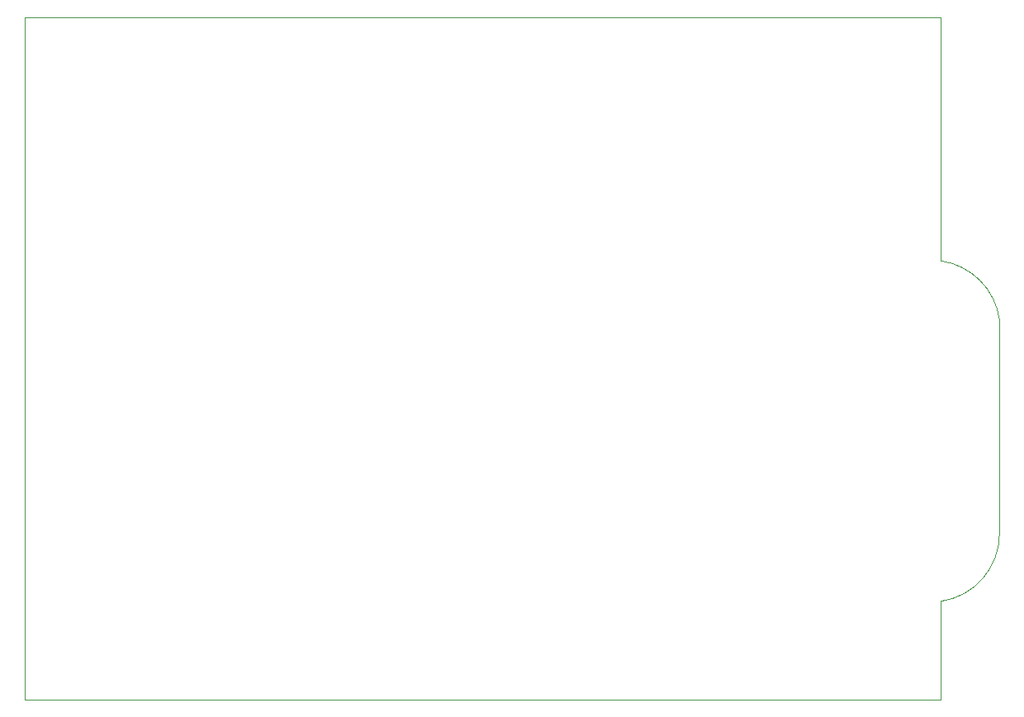
<source format=gbr>
%TF.GenerationSoftware,KiCad,Pcbnew,6.0.1-79c1e3a40b~116~ubuntu20.04.1*%
%TF.CreationDate,2022-11-30T14:03:44+09:00*%
%TF.ProjectId,Voltage-sensor-mother-board,566f6c74-6167-4652-9d73-656e736f722d,3.0*%
%TF.SameCoordinates,Original*%
%TF.FileFunction,Profile,NP*%
%FSLAX46Y46*%
G04 Gerber Fmt 4.6, Leading zero omitted, Abs format (unit mm)*
G04 Created by KiCad (PCBNEW 6.0.1-79c1e3a40b~116~ubuntu20.04.1) date 2022-11-30 14:03:44*
%MOMM*%
%LPD*%
G01*
G04 APERTURE LIST*
%TA.AperFunction,Profile*%
%ADD10C,0.100000*%
%TD*%
G04 APERTURE END LIST*
D10*
X149999998Y-81000000D02*
G75*
G03*
X144000000Y-75000002I-6999996J-999998D01*
G01*
X144000000Y-50000000D02*
X50000000Y-50000000D01*
X143989949Y-109929646D02*
X144000000Y-120000000D01*
X50000000Y-50000000D02*
X50000000Y-120000000D01*
X150000000Y-81000000D02*
X150000000Y-103000000D01*
X144000000Y-75000001D02*
X144000000Y-50000000D01*
X143989949Y-109929647D02*
G75*
G03*
X150000000Y-103000000I-989952J6929649D01*
G01*
X50000000Y-120000000D02*
X144000000Y-120000000D01*
M02*

</source>
